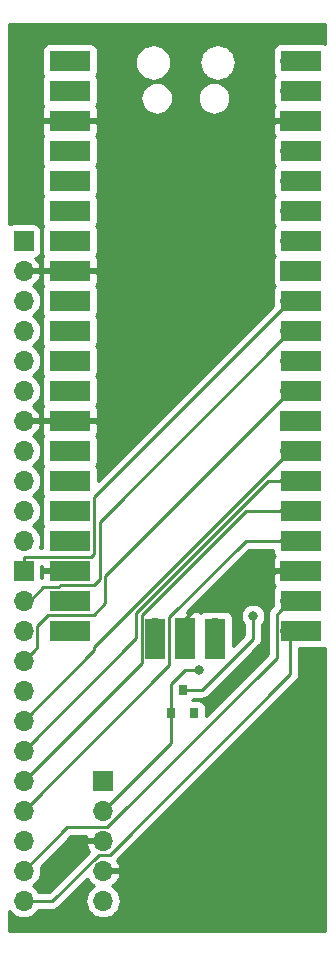
<source format=gbr>
G04 #@! TF.GenerationSoftware,KiCad,Pcbnew,(5.1.4-0-10_14)*
G04 #@! TF.CreationDate,2021-03-06T18:41:09+00:00*
G04 #@! TF.ProjectId,DriverBoard,44726976-6572-4426-9f61-72642e6b6963,rev?*
G04 #@! TF.SameCoordinates,Original*
G04 #@! TF.FileFunction,Copper,L1,Top*
G04 #@! TF.FilePolarity,Positive*
%FSLAX46Y46*%
G04 Gerber Fmt 4.6, Leading zero omitted, Abs format (unit mm)*
G04 Created by KiCad (PCBNEW (5.1.4-0-10_14)) date 2021-03-06 18:41:09*
%MOMM*%
%LPD*%
G04 APERTURE LIST*
%ADD10R,0.800000X0.900000*%
%ADD11R,1.700000X1.700000*%
%ADD12O,1.700000X1.700000*%
%ADD13R,3.500000X1.700000*%
%ADD14R,1.700000X3.500000*%
%ADD15C,0.800000*%
%ADD16C,0.250000*%
%ADD17C,0.254000*%
G04 APERTURE END LIST*
D10*
X65090000Y-79359000D03*
X66990000Y-79359000D03*
X66040000Y-77359000D03*
D11*
X59309000Y-85090000D03*
D12*
X59309000Y-87630000D03*
X59309000Y-90170000D03*
X59309000Y-92710000D03*
X59309000Y-95250000D03*
X57393840Y-24130000D03*
X57393840Y-26670000D03*
D11*
X57393840Y-29210000D03*
D12*
X57393840Y-31750000D03*
X57393840Y-34290000D03*
X57393840Y-36830000D03*
X57393840Y-39370000D03*
D11*
X57393840Y-41910000D03*
D12*
X57393840Y-44450000D03*
X57393840Y-46990000D03*
X57393840Y-49530000D03*
X57393840Y-52070000D03*
D11*
X57393840Y-54610000D03*
D12*
X57393840Y-57150000D03*
X57393840Y-59690000D03*
X57393840Y-62230000D03*
X57393840Y-64770000D03*
D11*
X57393840Y-67310000D03*
D12*
X57393840Y-69850000D03*
X57393840Y-72390000D03*
X75173840Y-72390000D03*
X75173840Y-69850000D03*
D11*
X75173840Y-67310000D03*
D12*
X75173840Y-64770000D03*
X75173840Y-62230000D03*
X75173840Y-59690000D03*
X75173840Y-57150000D03*
D11*
X75173840Y-54610000D03*
D12*
X75173840Y-52070000D03*
X75173840Y-49530000D03*
X75173840Y-46990000D03*
X75173840Y-44450000D03*
D11*
X75173840Y-41910000D03*
D12*
X75173840Y-39370000D03*
X75173840Y-36830000D03*
X75173840Y-34290000D03*
X75173840Y-31750000D03*
D11*
X75173840Y-29210000D03*
D12*
X75173840Y-26670000D03*
X75173840Y-24130000D03*
D13*
X56493840Y-24130000D03*
X56493840Y-26670000D03*
X56493840Y-29210000D03*
X56493840Y-31750000D03*
X56493840Y-34290000D03*
X56493840Y-36830000D03*
X56493840Y-39370000D03*
X56493840Y-41910000D03*
X56493840Y-44450000D03*
X56493840Y-46990000D03*
X56493840Y-49530000D03*
X56493840Y-52070000D03*
X56493840Y-54610000D03*
X56493840Y-57150000D03*
X56493840Y-59690000D03*
X56493840Y-62230000D03*
X56493840Y-64770000D03*
X56493840Y-67310000D03*
X56493840Y-69850000D03*
X56493840Y-72390000D03*
X76073840Y-24130000D03*
X76073840Y-26670000D03*
X76073840Y-29210000D03*
X76073840Y-31750000D03*
X76073840Y-34290000D03*
X76073840Y-36830000D03*
X76073840Y-39370000D03*
X76073840Y-41910000D03*
X76073840Y-44450000D03*
X76073840Y-46990000D03*
X76073840Y-49530000D03*
X76073840Y-52070000D03*
X76073840Y-54610000D03*
X76073840Y-57150000D03*
X76073840Y-59690000D03*
X76073840Y-62230000D03*
X76073840Y-64770000D03*
X76073840Y-67310000D03*
X76073840Y-69850000D03*
X76073840Y-72390000D03*
D14*
X63743840Y-73060000D03*
D12*
X63743840Y-72160000D03*
D14*
X66283840Y-73060000D03*
D11*
X66283840Y-72160000D03*
D14*
X68823840Y-73060000D03*
D12*
X68823840Y-72160000D03*
D11*
X52578000Y-39370000D03*
D12*
X52578000Y-41910000D03*
X52578000Y-44450000D03*
X52578000Y-46990000D03*
X52578000Y-49530000D03*
X52578000Y-52070000D03*
X52578000Y-54610000D03*
X52578000Y-57150000D03*
X52578000Y-59690000D03*
X52578000Y-62230000D03*
X52578000Y-64770000D03*
D11*
X52578000Y-67310000D03*
D12*
X52578000Y-69850000D03*
X52578000Y-72390000D03*
X52578000Y-74930000D03*
X52578000Y-77470000D03*
X52578000Y-80010000D03*
X52578000Y-82550000D03*
X52578000Y-85090000D03*
X52578000Y-87630000D03*
X52578000Y-90170000D03*
X52578000Y-92710000D03*
X52578000Y-95250000D03*
D15*
X67437000Y-75692000D03*
X72009000Y-71120000D03*
D16*
X65090000Y-81849000D02*
X65090000Y-79359000D01*
X59309000Y-87630000D02*
X65090000Y-81849000D01*
X65090000Y-76873998D02*
X65090000Y-77409000D01*
X66271998Y-75692000D02*
X65090000Y-76873998D01*
X67437000Y-75692000D02*
X66271998Y-75692000D01*
X65090000Y-79359000D02*
X65090000Y-77409000D01*
X76375921Y-26670000D02*
X75173840Y-26670000D01*
X72009000Y-73059842D02*
X72009000Y-71120000D01*
X67709842Y-77359000D02*
X72009000Y-73059842D01*
X66040000Y-77359000D02*
X67709842Y-77359000D01*
X52578000Y-66210000D02*
X52578000Y-67310000D01*
X52653001Y-66134999D02*
X52578000Y-66210000D01*
X58313843Y-66134999D02*
X52653001Y-66134999D01*
X58568841Y-65880001D02*
X58313843Y-66134999D01*
X58568841Y-61054999D02*
X58568841Y-65880001D01*
X75173840Y-44450000D02*
X58568841Y-61054999D01*
X57393840Y-41910000D02*
X52578000Y-41910000D01*
X57393840Y-54610000D02*
X52578000Y-54610000D01*
X68379842Y-29210000D02*
X75173840Y-29210000D01*
X57393840Y-29210000D02*
X68379842Y-29210000D01*
X66283840Y-72160000D02*
X66283840Y-71384160D01*
X70358000Y-67310000D02*
X75173840Y-67310000D01*
X66283840Y-71384160D02*
X70358000Y-67310000D01*
X53086000Y-69850000D02*
X52578000Y-69850000D01*
X55531001Y-68674999D02*
X54261001Y-68674999D01*
X55720999Y-68485001D02*
X55531001Y-68674999D01*
X59018851Y-67969991D02*
X58503841Y-68485001D01*
X58503841Y-68485001D02*
X55720999Y-68485001D01*
X59018851Y-63144989D02*
X59018851Y-67969991D01*
X54261001Y-68674999D02*
X53086000Y-69850000D01*
X75173840Y-46990000D02*
X59018851Y-63144989D01*
X53427999Y-74080001D02*
X52578000Y-74930000D01*
X53753001Y-71945837D02*
X53753001Y-73754999D01*
X54673837Y-71025001D02*
X53753001Y-71945837D01*
X53753001Y-73754999D02*
X53427999Y-74080001D01*
X58503841Y-71025001D02*
X54673837Y-71025001D01*
X59468860Y-70059982D02*
X58503841Y-71025001D01*
X59468860Y-67774980D02*
X59468860Y-70059982D01*
X75173840Y-52070000D02*
X59468860Y-67774980D01*
X58568841Y-73754999D02*
X74323841Y-57999999D01*
X74323841Y-57999999D02*
X75173840Y-57150000D01*
X58568841Y-74019159D02*
X58568841Y-73754999D01*
X52578000Y-80010000D02*
X58568841Y-74019159D01*
X73971759Y-59690000D02*
X75173840Y-59690000D01*
X62118829Y-70863599D02*
X73292428Y-59690000D01*
X73292428Y-59690000D02*
X73971759Y-59690000D01*
X62118830Y-73009170D02*
X62118829Y-70863599D01*
X52578000Y-82550000D02*
X62118830Y-73009170D01*
X73971759Y-62230000D02*
X75173840Y-62230000D01*
X62568839Y-75099161D02*
X62568839Y-71049999D01*
X71388838Y-62230000D02*
X73971759Y-62230000D01*
X62568839Y-71049999D02*
X71388838Y-62230000D01*
X52578000Y-85090000D02*
X62568839Y-75099161D01*
X71388838Y-64770000D02*
X73971759Y-64770000D01*
X73971759Y-64770000D02*
X75173840Y-64770000D01*
X64918841Y-71239997D02*
X71388838Y-64770000D01*
X64918841Y-75289159D02*
X64918841Y-71239997D01*
X52578000Y-87630000D02*
X64918841Y-75289159D01*
X74323841Y-70699999D02*
X75173840Y-69850000D01*
X73998839Y-71025001D02*
X74323841Y-70699999D01*
X73998839Y-74679163D02*
X73998839Y-71025001D01*
X59683003Y-88994999D02*
X73998839Y-74679163D01*
X56293001Y-88994999D02*
X59683003Y-88994999D01*
X52578000Y-92710000D02*
X56293001Y-88994999D01*
X75173840Y-76044162D02*
X75173840Y-73592081D01*
X75173840Y-73592081D02*
X75173840Y-72390000D01*
X59873001Y-91345001D02*
X75173840Y-76044162D01*
X55029998Y-95250000D02*
X58934997Y-91345001D01*
X58934997Y-91345001D02*
X59873001Y-91345001D01*
X52578000Y-95250000D02*
X55029998Y-95250000D01*
D17*
G36*
X78107940Y-97777700D02*
G01*
X51388880Y-97777700D01*
X51388880Y-96141872D01*
X51522866Y-96305134D01*
X51748986Y-96490706D01*
X52006966Y-96628599D01*
X52286889Y-96713513D01*
X52505050Y-96735000D01*
X52650950Y-96735000D01*
X52869111Y-96713513D01*
X53149034Y-96628599D01*
X53407014Y-96490706D01*
X53633134Y-96305134D01*
X53818706Y-96079014D01*
X53855595Y-96010000D01*
X54992676Y-96010000D01*
X55029998Y-96013676D01*
X55067320Y-96010000D01*
X55067331Y-96010000D01*
X55178984Y-95999003D01*
X55322245Y-95955546D01*
X55454274Y-95884974D01*
X55569999Y-95790001D01*
X55593802Y-95760997D01*
X57985905Y-93368894D01*
X58037359Y-93476920D01*
X58211412Y-93710269D01*
X58427645Y-93905178D01*
X58544523Y-93974799D01*
X58479986Y-94009294D01*
X58253866Y-94194866D01*
X58068294Y-94420986D01*
X57930401Y-94678966D01*
X57845487Y-94958889D01*
X57816815Y-95250000D01*
X57845487Y-95541111D01*
X57930401Y-95821034D01*
X58068294Y-96079014D01*
X58253866Y-96305134D01*
X58479986Y-96490706D01*
X58737966Y-96628599D01*
X59017889Y-96713513D01*
X59236050Y-96735000D01*
X59381950Y-96735000D01*
X59600111Y-96713513D01*
X59880034Y-96628599D01*
X60138014Y-96490706D01*
X60364134Y-96305134D01*
X60549706Y-96079014D01*
X60687599Y-95821034D01*
X60772513Y-95541111D01*
X60801185Y-95250000D01*
X60772513Y-94958889D01*
X60687599Y-94678966D01*
X60549706Y-94420986D01*
X60364134Y-94194866D01*
X60138014Y-94009294D01*
X60073477Y-93974799D01*
X60190355Y-93905178D01*
X60406588Y-93710269D01*
X60580641Y-93476920D01*
X60705825Y-93214099D01*
X60750476Y-93066890D01*
X60629155Y-92837000D01*
X59436000Y-92837000D01*
X59436000Y-92857000D01*
X59182000Y-92857000D01*
X59182000Y-92837000D01*
X59162000Y-92837000D01*
X59162000Y-92583000D01*
X59182000Y-92583000D01*
X59182000Y-92563000D01*
X59436000Y-92563000D01*
X59436000Y-92583000D01*
X60629155Y-92583000D01*
X60750476Y-92353110D01*
X60705825Y-92205901D01*
X60580641Y-91943080D01*
X60481987Y-91810816D01*
X75684844Y-76607960D01*
X75713841Y-76584163D01*
X75740172Y-76552079D01*
X75808814Y-76468439D01*
X75879386Y-76336409D01*
X75899249Y-76270928D01*
X75922843Y-76193148D01*
X75933840Y-76081495D01*
X75933840Y-76081486D01*
X75937516Y-76044163D01*
X75933840Y-76006840D01*
X75933840Y-73878072D01*
X77823840Y-73878072D01*
X77948322Y-73865812D01*
X78068020Y-73829502D01*
X78107940Y-73808164D01*
X78107940Y-97777700D01*
X78107940Y-97777700D01*
G37*
X78107940Y-97777700D02*
X51388880Y-97777700D01*
X51388880Y-96141872D01*
X51522866Y-96305134D01*
X51748986Y-96490706D01*
X52006966Y-96628599D01*
X52286889Y-96713513D01*
X52505050Y-96735000D01*
X52650950Y-96735000D01*
X52869111Y-96713513D01*
X53149034Y-96628599D01*
X53407014Y-96490706D01*
X53633134Y-96305134D01*
X53818706Y-96079014D01*
X53855595Y-96010000D01*
X54992676Y-96010000D01*
X55029998Y-96013676D01*
X55067320Y-96010000D01*
X55067331Y-96010000D01*
X55178984Y-95999003D01*
X55322245Y-95955546D01*
X55454274Y-95884974D01*
X55569999Y-95790001D01*
X55593802Y-95760997D01*
X57985905Y-93368894D01*
X58037359Y-93476920D01*
X58211412Y-93710269D01*
X58427645Y-93905178D01*
X58544523Y-93974799D01*
X58479986Y-94009294D01*
X58253866Y-94194866D01*
X58068294Y-94420986D01*
X57930401Y-94678966D01*
X57845487Y-94958889D01*
X57816815Y-95250000D01*
X57845487Y-95541111D01*
X57930401Y-95821034D01*
X58068294Y-96079014D01*
X58253866Y-96305134D01*
X58479986Y-96490706D01*
X58737966Y-96628599D01*
X59017889Y-96713513D01*
X59236050Y-96735000D01*
X59381950Y-96735000D01*
X59600111Y-96713513D01*
X59880034Y-96628599D01*
X60138014Y-96490706D01*
X60364134Y-96305134D01*
X60549706Y-96079014D01*
X60687599Y-95821034D01*
X60772513Y-95541111D01*
X60801185Y-95250000D01*
X60772513Y-94958889D01*
X60687599Y-94678966D01*
X60549706Y-94420986D01*
X60364134Y-94194866D01*
X60138014Y-94009294D01*
X60073477Y-93974799D01*
X60190355Y-93905178D01*
X60406588Y-93710269D01*
X60580641Y-93476920D01*
X60705825Y-93214099D01*
X60750476Y-93066890D01*
X60629155Y-92837000D01*
X59436000Y-92837000D01*
X59436000Y-92857000D01*
X59182000Y-92857000D01*
X59182000Y-92837000D01*
X59162000Y-92837000D01*
X59162000Y-92583000D01*
X59182000Y-92583000D01*
X59182000Y-92563000D01*
X59436000Y-92563000D01*
X59436000Y-92583000D01*
X60629155Y-92583000D01*
X60750476Y-92353110D01*
X60705825Y-92205901D01*
X60580641Y-91943080D01*
X60481987Y-91810816D01*
X75684844Y-76607960D01*
X75713841Y-76584163D01*
X75740172Y-76552079D01*
X75808814Y-76468439D01*
X75879386Y-76336409D01*
X75899249Y-76270928D01*
X75922843Y-76193148D01*
X75933840Y-76081495D01*
X75933840Y-76081486D01*
X75937516Y-76044163D01*
X75933840Y-76006840D01*
X75933840Y-73878072D01*
X77823840Y-73878072D01*
X77948322Y-73865812D01*
X78068020Y-73829502D01*
X78107940Y-73808164D01*
X78107940Y-97777700D01*
G36*
X57867524Y-89813110D02*
G01*
X57988845Y-90043000D01*
X59182000Y-90043000D01*
X59182000Y-90023000D01*
X59436000Y-90023000D01*
X59436000Y-90043000D01*
X59456000Y-90043000D01*
X59456000Y-90297000D01*
X59436000Y-90297000D01*
X59436000Y-90317000D01*
X59182000Y-90317000D01*
X59182000Y-90297000D01*
X57988845Y-90297000D01*
X57867524Y-90526890D01*
X57912175Y-90674099D01*
X58037359Y-90936920D01*
X58136013Y-91069183D01*
X54715197Y-94490000D01*
X53855595Y-94490000D01*
X53818706Y-94420986D01*
X53633134Y-94194866D01*
X53407014Y-94009294D01*
X53352209Y-93980000D01*
X53407014Y-93950706D01*
X53633134Y-93765134D01*
X53818706Y-93539014D01*
X53956599Y-93281034D01*
X54041513Y-93001111D01*
X54070185Y-92710000D01*
X54041513Y-92418889D01*
X54018797Y-92344004D01*
X56607803Y-89754999D01*
X57885150Y-89754999D01*
X57867524Y-89813110D01*
X57867524Y-89813110D01*
G37*
X57867524Y-89813110D02*
X57988845Y-90043000D01*
X59182000Y-90043000D01*
X59182000Y-90023000D01*
X59436000Y-90023000D01*
X59436000Y-90043000D01*
X59456000Y-90043000D01*
X59456000Y-90297000D01*
X59436000Y-90297000D01*
X59436000Y-90317000D01*
X59182000Y-90317000D01*
X59182000Y-90297000D01*
X57988845Y-90297000D01*
X57867524Y-90526890D01*
X57912175Y-90674099D01*
X58037359Y-90936920D01*
X58136013Y-91069183D01*
X54715197Y-94490000D01*
X53855595Y-94490000D01*
X53818706Y-94420986D01*
X53633134Y-94194866D01*
X53407014Y-94009294D01*
X53352209Y-93980000D01*
X53407014Y-93950706D01*
X53633134Y-93765134D01*
X53818706Y-93539014D01*
X53956599Y-93281034D01*
X54041513Y-93001111D01*
X54070185Y-92710000D01*
X54041513Y-92418889D01*
X54018797Y-92344004D01*
X56607803Y-89754999D01*
X57885150Y-89754999D01*
X57867524Y-89813110D01*
G36*
X52705000Y-90043000D02*
G01*
X52725000Y-90043000D01*
X52725000Y-90297000D01*
X52705000Y-90297000D01*
X52705000Y-90317000D01*
X52451000Y-90317000D01*
X52451000Y-90297000D01*
X52431000Y-90297000D01*
X52431000Y-90043000D01*
X52451000Y-90043000D01*
X52451000Y-90023000D01*
X52705000Y-90023000D01*
X52705000Y-90043000D01*
X52705000Y-90043000D01*
G37*
X52705000Y-90043000D02*
X52725000Y-90043000D01*
X52725000Y-90297000D01*
X52705000Y-90297000D01*
X52705000Y-90317000D01*
X52451000Y-90317000D01*
X52451000Y-90297000D01*
X52431000Y-90297000D01*
X52431000Y-90043000D01*
X52451000Y-90043000D01*
X52451000Y-90023000D01*
X52705000Y-90023000D01*
X52705000Y-90043000D01*
G36*
X73685768Y-65620000D02*
G01*
X73698028Y-65744482D01*
X73734338Y-65864180D01*
X73793303Y-65974494D01*
X73847062Y-66040000D01*
X73793303Y-66105506D01*
X73734338Y-66215820D01*
X73698028Y-66335518D01*
X73685768Y-66460000D01*
X73688840Y-67024250D01*
X73847590Y-67183000D01*
X76220840Y-67183000D01*
X76220840Y-67437000D01*
X73847590Y-67437000D01*
X73688840Y-67595750D01*
X73685768Y-68160000D01*
X73698028Y-68284482D01*
X73734338Y-68404180D01*
X73793303Y-68514494D01*
X73847062Y-68580000D01*
X73793303Y-68645506D01*
X73734338Y-68755820D01*
X73698028Y-68875518D01*
X73685768Y-69000000D01*
X73685768Y-69808240D01*
X73681655Y-69850000D01*
X73685768Y-69891760D01*
X73685768Y-70263271D01*
X73487837Y-70461202D01*
X73458839Y-70485000D01*
X73435041Y-70513998D01*
X73435040Y-70513999D01*
X73363865Y-70600725D01*
X73293293Y-70732755D01*
X73283352Y-70765528D01*
X73253604Y-70863599D01*
X73249837Y-70876016D01*
X73235163Y-71025001D01*
X73238840Y-71062333D01*
X73238839Y-74364360D01*
X68028072Y-79575128D01*
X68028072Y-78909000D01*
X68015812Y-78784518D01*
X67979502Y-78664820D01*
X67920537Y-78554506D01*
X67841185Y-78457815D01*
X67744494Y-78378463D01*
X67634180Y-78319498D01*
X67514482Y-78283188D01*
X67390000Y-78270928D01*
X66878095Y-78270928D01*
X66891185Y-78260185D01*
X66970537Y-78163494D01*
X66994320Y-78119000D01*
X67672520Y-78119000D01*
X67709842Y-78122676D01*
X67747164Y-78119000D01*
X67747175Y-78119000D01*
X67858828Y-78108003D01*
X68002089Y-78064546D01*
X68134118Y-77993974D01*
X68249843Y-77899001D01*
X68273646Y-77869997D01*
X72520004Y-73623640D01*
X72549001Y-73599843D01*
X72643974Y-73484118D01*
X72714546Y-73352089D01*
X72758003Y-73208828D01*
X72769000Y-73097175D01*
X72769000Y-73097174D01*
X72772677Y-73059842D01*
X72769000Y-73022509D01*
X72769000Y-71823711D01*
X72812937Y-71779774D01*
X72926205Y-71610256D01*
X73004226Y-71421898D01*
X73044000Y-71221939D01*
X73044000Y-71018061D01*
X73004226Y-70818102D01*
X72926205Y-70629744D01*
X72812937Y-70460226D01*
X72668774Y-70316063D01*
X72499256Y-70202795D01*
X72310898Y-70124774D01*
X72110939Y-70085000D01*
X71907061Y-70085000D01*
X71707102Y-70124774D01*
X71518744Y-70202795D01*
X71349226Y-70316063D01*
X71205063Y-70460226D01*
X71091795Y-70629744D01*
X71013774Y-70818102D01*
X70974000Y-71018061D01*
X70974000Y-71221939D01*
X71013774Y-71421898D01*
X71091795Y-71610256D01*
X71205063Y-71779774D01*
X71249001Y-71823712D01*
X71249000Y-72745040D01*
X70311912Y-73682128D01*
X70311912Y-72201760D01*
X70316025Y-72160000D01*
X70311912Y-72118240D01*
X70311912Y-71310000D01*
X70299652Y-71185518D01*
X70263342Y-71065820D01*
X70204377Y-70955506D01*
X70125025Y-70858815D01*
X70028334Y-70779463D01*
X69918020Y-70720498D01*
X69798322Y-70684188D01*
X69673840Y-70671928D01*
X67973840Y-70671928D01*
X67849358Y-70684188D01*
X67729660Y-70720498D01*
X67619346Y-70779463D01*
X67553840Y-70833222D01*
X67488334Y-70779463D01*
X67378020Y-70720498D01*
X67258322Y-70684188D01*
X67133840Y-70671928D01*
X66569590Y-70675000D01*
X66410842Y-70833748D01*
X66410842Y-70822797D01*
X71703640Y-65530000D01*
X73685768Y-65530000D01*
X73685768Y-65620000D01*
X73685768Y-65620000D01*
G37*
X73685768Y-65620000D02*
X73698028Y-65744482D01*
X73734338Y-65864180D01*
X73793303Y-65974494D01*
X73847062Y-66040000D01*
X73793303Y-66105506D01*
X73734338Y-66215820D01*
X73698028Y-66335518D01*
X73685768Y-66460000D01*
X73688840Y-67024250D01*
X73847590Y-67183000D01*
X76220840Y-67183000D01*
X76220840Y-67437000D01*
X73847590Y-67437000D01*
X73688840Y-67595750D01*
X73685768Y-68160000D01*
X73698028Y-68284482D01*
X73734338Y-68404180D01*
X73793303Y-68514494D01*
X73847062Y-68580000D01*
X73793303Y-68645506D01*
X73734338Y-68755820D01*
X73698028Y-68875518D01*
X73685768Y-69000000D01*
X73685768Y-69808240D01*
X73681655Y-69850000D01*
X73685768Y-69891760D01*
X73685768Y-70263271D01*
X73487837Y-70461202D01*
X73458839Y-70485000D01*
X73435041Y-70513998D01*
X73435040Y-70513999D01*
X73363865Y-70600725D01*
X73293293Y-70732755D01*
X73283352Y-70765528D01*
X73253604Y-70863599D01*
X73249837Y-70876016D01*
X73235163Y-71025001D01*
X73238840Y-71062333D01*
X73238839Y-74364360D01*
X68028072Y-79575128D01*
X68028072Y-78909000D01*
X68015812Y-78784518D01*
X67979502Y-78664820D01*
X67920537Y-78554506D01*
X67841185Y-78457815D01*
X67744494Y-78378463D01*
X67634180Y-78319498D01*
X67514482Y-78283188D01*
X67390000Y-78270928D01*
X66878095Y-78270928D01*
X66891185Y-78260185D01*
X66970537Y-78163494D01*
X66994320Y-78119000D01*
X67672520Y-78119000D01*
X67709842Y-78122676D01*
X67747164Y-78119000D01*
X67747175Y-78119000D01*
X67858828Y-78108003D01*
X68002089Y-78064546D01*
X68134118Y-77993974D01*
X68249843Y-77899001D01*
X68273646Y-77869997D01*
X72520004Y-73623640D01*
X72549001Y-73599843D01*
X72643974Y-73484118D01*
X72714546Y-73352089D01*
X72758003Y-73208828D01*
X72769000Y-73097175D01*
X72769000Y-73097174D01*
X72772677Y-73059842D01*
X72769000Y-73022509D01*
X72769000Y-71823711D01*
X72812937Y-71779774D01*
X72926205Y-71610256D01*
X73004226Y-71421898D01*
X73044000Y-71221939D01*
X73044000Y-71018061D01*
X73004226Y-70818102D01*
X72926205Y-70629744D01*
X72812937Y-70460226D01*
X72668774Y-70316063D01*
X72499256Y-70202795D01*
X72310898Y-70124774D01*
X72110939Y-70085000D01*
X71907061Y-70085000D01*
X71707102Y-70124774D01*
X71518744Y-70202795D01*
X71349226Y-70316063D01*
X71205063Y-70460226D01*
X71091795Y-70629744D01*
X71013774Y-70818102D01*
X70974000Y-71018061D01*
X70974000Y-71221939D01*
X71013774Y-71421898D01*
X71091795Y-71610256D01*
X71205063Y-71779774D01*
X71249001Y-71823712D01*
X71249000Y-72745040D01*
X70311912Y-73682128D01*
X70311912Y-72201760D01*
X70316025Y-72160000D01*
X70311912Y-72118240D01*
X70311912Y-71310000D01*
X70299652Y-71185518D01*
X70263342Y-71065820D01*
X70204377Y-70955506D01*
X70125025Y-70858815D01*
X70028334Y-70779463D01*
X69918020Y-70720498D01*
X69798322Y-70684188D01*
X69673840Y-70671928D01*
X67973840Y-70671928D01*
X67849358Y-70684188D01*
X67729660Y-70720498D01*
X67619346Y-70779463D01*
X67553840Y-70833222D01*
X67488334Y-70779463D01*
X67378020Y-70720498D01*
X67258322Y-70684188D01*
X67133840Y-70671928D01*
X66569590Y-70675000D01*
X66410842Y-70833748D01*
X66410842Y-70822797D01*
X71703640Y-65530000D01*
X73685768Y-65530000D01*
X73685768Y-65620000D01*
G36*
X52705000Y-77343000D02*
G01*
X52725000Y-77343000D01*
X52725000Y-77597000D01*
X52705000Y-77597000D01*
X52705000Y-77617000D01*
X52451000Y-77617000D01*
X52451000Y-77597000D01*
X52431000Y-77597000D01*
X52431000Y-77343000D01*
X52451000Y-77343000D01*
X52451000Y-77323000D01*
X52705000Y-77323000D01*
X52705000Y-77343000D01*
X52705000Y-77343000D01*
G37*
X52705000Y-77343000D02*
X52725000Y-77343000D01*
X52725000Y-77597000D01*
X52705000Y-77597000D01*
X52705000Y-77617000D01*
X52451000Y-77617000D01*
X52451000Y-77597000D01*
X52431000Y-77597000D01*
X52431000Y-77343000D01*
X52451000Y-77343000D01*
X52451000Y-77323000D01*
X52705000Y-77323000D01*
X52705000Y-77343000D01*
G36*
X66410840Y-73207000D02*
G01*
X66156840Y-73207000D01*
X66156840Y-72913000D01*
X66410840Y-72913000D01*
X66410840Y-73207000D01*
X66410840Y-73207000D01*
G37*
X66410840Y-73207000D02*
X66156840Y-73207000D01*
X66156840Y-72913000D01*
X66410840Y-72913000D01*
X66410840Y-73207000D01*
G36*
X54108840Y-67024250D02*
G01*
X54267590Y-67183000D01*
X56640840Y-67183000D01*
X56640840Y-67437000D01*
X54267590Y-67437000D01*
X54108840Y-67595750D01*
X54107034Y-67927507D01*
X54066072Y-67939932D01*
X54066072Y-66894999D01*
X54108136Y-66894999D01*
X54108840Y-67024250D01*
X54108840Y-67024250D01*
G37*
X54108840Y-67024250D02*
X54267590Y-67183000D01*
X56640840Y-67183000D01*
X56640840Y-67437000D01*
X54267590Y-67437000D01*
X54108840Y-67595750D01*
X54107034Y-67927507D01*
X54066072Y-67939932D01*
X54066072Y-66894999D01*
X54108136Y-66894999D01*
X54108840Y-67024250D01*
G36*
X78107941Y-22711837D02*
G01*
X78068020Y-22690498D01*
X77948322Y-22654188D01*
X77823840Y-22641928D01*
X74323840Y-22641928D01*
X74199358Y-22654188D01*
X74079660Y-22690498D01*
X73969346Y-22749463D01*
X73872655Y-22828815D01*
X73793303Y-22925506D01*
X73734338Y-23035820D01*
X73698028Y-23155518D01*
X73685768Y-23280000D01*
X73685768Y-24088240D01*
X73681655Y-24130000D01*
X73685768Y-24171760D01*
X73685768Y-24980000D01*
X73698028Y-25104482D01*
X73734338Y-25224180D01*
X73793303Y-25334494D01*
X73847062Y-25400000D01*
X73793303Y-25465506D01*
X73734338Y-25575820D01*
X73698028Y-25695518D01*
X73685768Y-25820000D01*
X73685768Y-26628240D01*
X73681655Y-26670000D01*
X73685768Y-26711760D01*
X73685768Y-27520000D01*
X73698028Y-27644482D01*
X73734338Y-27764180D01*
X73793303Y-27874494D01*
X73847062Y-27940000D01*
X73793303Y-28005506D01*
X73734338Y-28115820D01*
X73698028Y-28235518D01*
X73685768Y-28360000D01*
X73688840Y-28924250D01*
X73847590Y-29083000D01*
X76220840Y-29083000D01*
X76220840Y-29337000D01*
X73847590Y-29337000D01*
X73688840Y-29495750D01*
X73685768Y-30060000D01*
X73698028Y-30184482D01*
X73734338Y-30304180D01*
X73793303Y-30414494D01*
X73847062Y-30480000D01*
X73793303Y-30545506D01*
X73734338Y-30655820D01*
X73698028Y-30775518D01*
X73685768Y-30900000D01*
X73685768Y-31708240D01*
X73681655Y-31750000D01*
X73685768Y-31791760D01*
X73685768Y-32600000D01*
X73698028Y-32724482D01*
X73734338Y-32844180D01*
X73793303Y-32954494D01*
X73847062Y-33020000D01*
X73793303Y-33085506D01*
X73734338Y-33195820D01*
X73698028Y-33315518D01*
X73685768Y-33440000D01*
X73685768Y-34248240D01*
X73681655Y-34290000D01*
X73685768Y-34331760D01*
X73685768Y-35140000D01*
X73698028Y-35264482D01*
X73734338Y-35384180D01*
X73793303Y-35494494D01*
X73847062Y-35560000D01*
X73793303Y-35625506D01*
X73734338Y-35735820D01*
X73698028Y-35855518D01*
X73685768Y-35980000D01*
X73685768Y-36788240D01*
X73681655Y-36830000D01*
X73685768Y-36871760D01*
X73685768Y-37680000D01*
X73698028Y-37804482D01*
X73734338Y-37924180D01*
X73793303Y-38034494D01*
X73847062Y-38100000D01*
X73793303Y-38165506D01*
X73734338Y-38275820D01*
X73698028Y-38395518D01*
X73685768Y-38520000D01*
X73685768Y-39328240D01*
X73681655Y-39370000D01*
X73685768Y-39411760D01*
X73685768Y-40220000D01*
X73698028Y-40344482D01*
X73734338Y-40464180D01*
X73793303Y-40574494D01*
X73847062Y-40640000D01*
X73793303Y-40705506D01*
X73734338Y-40815820D01*
X73698028Y-40935518D01*
X73685768Y-41060000D01*
X73685768Y-42760000D01*
X73698028Y-42884482D01*
X73734338Y-43004180D01*
X73793303Y-43114494D01*
X73847062Y-43180000D01*
X73793303Y-43245506D01*
X73734338Y-43355820D01*
X73698028Y-43475518D01*
X73685768Y-43600000D01*
X73685768Y-44408240D01*
X73681655Y-44450000D01*
X73685768Y-44491760D01*
X73685768Y-44863270D01*
X58883605Y-59665434D01*
X58881912Y-59648240D01*
X58881912Y-58840000D01*
X58869652Y-58715518D01*
X58833342Y-58595820D01*
X58774377Y-58485506D01*
X58720618Y-58420000D01*
X58774377Y-58354494D01*
X58833342Y-58244180D01*
X58869652Y-58124482D01*
X58881912Y-58000000D01*
X58881912Y-57191760D01*
X58886025Y-57150000D01*
X58881912Y-57108240D01*
X58881912Y-56300000D01*
X58869652Y-56175518D01*
X58833342Y-56055820D01*
X58774377Y-55945506D01*
X58720618Y-55880000D01*
X58774377Y-55814494D01*
X58833342Y-55704180D01*
X58869652Y-55584482D01*
X58881912Y-55460000D01*
X58878840Y-54895750D01*
X58720090Y-54737000D01*
X54267590Y-54737000D01*
X54108840Y-54895750D01*
X54105768Y-55460000D01*
X54118028Y-55584482D01*
X54154338Y-55704180D01*
X54213303Y-55814494D01*
X54267062Y-55880000D01*
X54213303Y-55945506D01*
X54154338Y-56055820D01*
X54118028Y-56175518D01*
X54105768Y-56300000D01*
X54105768Y-58000000D01*
X54118028Y-58124482D01*
X54154338Y-58244180D01*
X54213303Y-58354494D01*
X54267062Y-58420000D01*
X54213303Y-58485506D01*
X54154338Y-58595820D01*
X54118028Y-58715518D01*
X54105768Y-58840000D01*
X54105768Y-60540000D01*
X54118028Y-60664482D01*
X54154338Y-60784180D01*
X54213303Y-60894494D01*
X54267062Y-60960000D01*
X54213303Y-61025506D01*
X54154338Y-61135820D01*
X54118028Y-61255518D01*
X54105768Y-61380000D01*
X54105768Y-63080000D01*
X54118028Y-63204482D01*
X54154338Y-63324180D01*
X54213303Y-63434494D01*
X54267062Y-63500000D01*
X54213303Y-63565506D01*
X54154338Y-63675820D01*
X54118028Y-63795518D01*
X54105768Y-63920000D01*
X54105768Y-65374999D01*
X53938444Y-65374999D01*
X53956599Y-65341034D01*
X54041513Y-65061111D01*
X54070185Y-64770000D01*
X54041513Y-64478889D01*
X53956599Y-64198966D01*
X53818706Y-63940986D01*
X53633134Y-63714866D01*
X53407014Y-63529294D01*
X53352209Y-63500000D01*
X53407014Y-63470706D01*
X53633134Y-63285134D01*
X53818706Y-63059014D01*
X53956599Y-62801034D01*
X54041513Y-62521111D01*
X54070185Y-62230000D01*
X54041513Y-61938889D01*
X53956599Y-61658966D01*
X53818706Y-61400986D01*
X53633134Y-61174866D01*
X53407014Y-60989294D01*
X53352209Y-60960000D01*
X53407014Y-60930706D01*
X53633134Y-60745134D01*
X53818706Y-60519014D01*
X53956599Y-60261034D01*
X54041513Y-59981111D01*
X54070185Y-59690000D01*
X54041513Y-59398889D01*
X53956599Y-59118966D01*
X53818706Y-58860986D01*
X53633134Y-58634866D01*
X53407014Y-58449294D01*
X53352209Y-58420000D01*
X53407014Y-58390706D01*
X53633134Y-58205134D01*
X53818706Y-57979014D01*
X53956599Y-57721034D01*
X54041513Y-57441111D01*
X54070185Y-57150000D01*
X54041513Y-56858889D01*
X53956599Y-56578966D01*
X53818706Y-56320986D01*
X53633134Y-56094866D01*
X53407014Y-55909294D01*
X53342477Y-55874799D01*
X53459355Y-55805178D01*
X53675588Y-55610269D01*
X53849641Y-55376920D01*
X53974825Y-55114099D01*
X54019476Y-54966890D01*
X53898155Y-54737000D01*
X52705000Y-54737000D01*
X52705000Y-54757000D01*
X52451000Y-54757000D01*
X52451000Y-54737000D01*
X52431000Y-54737000D01*
X52431000Y-54483000D01*
X52451000Y-54483000D01*
X52451000Y-54463000D01*
X52705000Y-54463000D01*
X52705000Y-54483000D01*
X53898155Y-54483000D01*
X54019476Y-54253110D01*
X53974825Y-54105901D01*
X53849641Y-53843080D01*
X53675588Y-53609731D01*
X53459355Y-53414822D01*
X53342477Y-53345201D01*
X53407014Y-53310706D01*
X53633134Y-53125134D01*
X53818706Y-52899014D01*
X53956599Y-52641034D01*
X54041513Y-52361111D01*
X54070185Y-52070000D01*
X54041513Y-51778889D01*
X53956599Y-51498966D01*
X53818706Y-51240986D01*
X53633134Y-51014866D01*
X53407014Y-50829294D01*
X53352209Y-50800000D01*
X53407014Y-50770706D01*
X53633134Y-50585134D01*
X53818706Y-50359014D01*
X53956599Y-50101034D01*
X54041513Y-49821111D01*
X54070185Y-49530000D01*
X54041513Y-49238889D01*
X53956599Y-48958966D01*
X53818706Y-48700986D01*
X53633134Y-48474866D01*
X53407014Y-48289294D01*
X53352209Y-48260000D01*
X53407014Y-48230706D01*
X53633134Y-48045134D01*
X53818706Y-47819014D01*
X53956599Y-47561034D01*
X54041513Y-47281111D01*
X54070185Y-46990000D01*
X54041513Y-46698889D01*
X53956599Y-46418966D01*
X53818706Y-46160986D01*
X53633134Y-45934866D01*
X53407014Y-45749294D01*
X53352209Y-45720000D01*
X53407014Y-45690706D01*
X53633134Y-45505134D01*
X53818706Y-45279014D01*
X53956599Y-45021034D01*
X54041513Y-44741111D01*
X54070185Y-44450000D01*
X54041513Y-44158889D01*
X53956599Y-43878966D01*
X53818706Y-43620986D01*
X53633134Y-43394866D01*
X53407014Y-43209294D01*
X53342477Y-43174799D01*
X53459355Y-43105178D01*
X53675588Y-42910269D01*
X53787672Y-42760000D01*
X54105768Y-42760000D01*
X54118028Y-42884482D01*
X54154338Y-43004180D01*
X54213303Y-43114494D01*
X54267062Y-43180000D01*
X54213303Y-43245506D01*
X54154338Y-43355820D01*
X54118028Y-43475518D01*
X54105768Y-43600000D01*
X54105768Y-45300000D01*
X54118028Y-45424482D01*
X54154338Y-45544180D01*
X54213303Y-45654494D01*
X54267062Y-45720000D01*
X54213303Y-45785506D01*
X54154338Y-45895820D01*
X54118028Y-46015518D01*
X54105768Y-46140000D01*
X54105768Y-47840000D01*
X54118028Y-47964482D01*
X54154338Y-48084180D01*
X54213303Y-48194494D01*
X54267062Y-48260000D01*
X54213303Y-48325506D01*
X54154338Y-48435820D01*
X54118028Y-48555518D01*
X54105768Y-48680000D01*
X54105768Y-50380000D01*
X54118028Y-50504482D01*
X54154338Y-50624180D01*
X54213303Y-50734494D01*
X54267062Y-50800000D01*
X54213303Y-50865506D01*
X54154338Y-50975820D01*
X54118028Y-51095518D01*
X54105768Y-51220000D01*
X54105768Y-52920000D01*
X54118028Y-53044482D01*
X54154338Y-53164180D01*
X54213303Y-53274494D01*
X54267062Y-53340000D01*
X54213303Y-53405506D01*
X54154338Y-53515820D01*
X54118028Y-53635518D01*
X54105768Y-53760000D01*
X54108840Y-54324250D01*
X54267590Y-54483000D01*
X58720090Y-54483000D01*
X58878840Y-54324250D01*
X58881912Y-53760000D01*
X58869652Y-53635518D01*
X58833342Y-53515820D01*
X58774377Y-53405506D01*
X58720618Y-53340000D01*
X58774377Y-53274494D01*
X58833342Y-53164180D01*
X58869652Y-53044482D01*
X58881912Y-52920000D01*
X58881912Y-52111760D01*
X58886025Y-52070000D01*
X58881912Y-52028240D01*
X58881912Y-51220000D01*
X58869652Y-51095518D01*
X58833342Y-50975820D01*
X58774377Y-50865506D01*
X58720618Y-50800000D01*
X58774377Y-50734494D01*
X58833342Y-50624180D01*
X58869652Y-50504482D01*
X58881912Y-50380000D01*
X58881912Y-49571760D01*
X58886025Y-49530000D01*
X58881912Y-49488240D01*
X58881912Y-48680000D01*
X58869652Y-48555518D01*
X58833342Y-48435820D01*
X58774377Y-48325506D01*
X58720618Y-48260000D01*
X58774377Y-48194494D01*
X58833342Y-48084180D01*
X58869652Y-47964482D01*
X58881912Y-47840000D01*
X58881912Y-47031760D01*
X58886025Y-46990000D01*
X58881912Y-46948240D01*
X58881912Y-46140000D01*
X58869652Y-46015518D01*
X58833342Y-45895820D01*
X58774377Y-45785506D01*
X58720618Y-45720000D01*
X58774377Y-45654494D01*
X58833342Y-45544180D01*
X58869652Y-45424482D01*
X58881912Y-45300000D01*
X58881912Y-44491760D01*
X58886025Y-44450000D01*
X58881912Y-44408240D01*
X58881912Y-43600000D01*
X58869652Y-43475518D01*
X58833342Y-43355820D01*
X58774377Y-43245506D01*
X58720618Y-43180000D01*
X58774377Y-43114494D01*
X58833342Y-43004180D01*
X58869652Y-42884482D01*
X58881912Y-42760000D01*
X58878840Y-42195750D01*
X58720090Y-42037000D01*
X54267590Y-42037000D01*
X54108840Y-42195750D01*
X54105768Y-42760000D01*
X53787672Y-42760000D01*
X53849641Y-42676920D01*
X53974825Y-42414099D01*
X54019476Y-42266890D01*
X53898155Y-42037000D01*
X52705000Y-42037000D01*
X52705000Y-42057000D01*
X52451000Y-42057000D01*
X52451000Y-42037000D01*
X52431000Y-42037000D01*
X52431000Y-41783000D01*
X52451000Y-41783000D01*
X52451000Y-41763000D01*
X52705000Y-41763000D01*
X52705000Y-41783000D01*
X53898155Y-41783000D01*
X54019476Y-41553110D01*
X53974825Y-41405901D01*
X53849641Y-41143080D01*
X53675588Y-40909731D01*
X53591534Y-40833966D01*
X53672180Y-40809502D01*
X53782494Y-40750537D01*
X53879185Y-40671185D01*
X53958537Y-40574494D01*
X54017502Y-40464180D01*
X54053812Y-40344482D01*
X54066072Y-40220000D01*
X54066072Y-38520000D01*
X54053812Y-38395518D01*
X54017502Y-38275820D01*
X53958537Y-38165506D01*
X53879185Y-38068815D01*
X53782494Y-37989463D01*
X53672180Y-37930498D01*
X53552482Y-37894188D01*
X53428000Y-37881928D01*
X51728000Y-37881928D01*
X51603518Y-37894188D01*
X51483820Y-37930498D01*
X51388880Y-37981245D01*
X51388880Y-30060000D01*
X54105768Y-30060000D01*
X54118028Y-30184482D01*
X54154338Y-30304180D01*
X54213303Y-30414494D01*
X54267062Y-30480000D01*
X54213303Y-30545506D01*
X54154338Y-30655820D01*
X54118028Y-30775518D01*
X54105768Y-30900000D01*
X54105768Y-32600000D01*
X54118028Y-32724482D01*
X54154338Y-32844180D01*
X54213303Y-32954494D01*
X54267062Y-33020000D01*
X54213303Y-33085506D01*
X54154338Y-33195820D01*
X54118028Y-33315518D01*
X54105768Y-33440000D01*
X54105768Y-35140000D01*
X54118028Y-35264482D01*
X54154338Y-35384180D01*
X54213303Y-35494494D01*
X54267062Y-35560000D01*
X54213303Y-35625506D01*
X54154338Y-35735820D01*
X54118028Y-35855518D01*
X54105768Y-35980000D01*
X54105768Y-37680000D01*
X54118028Y-37804482D01*
X54154338Y-37924180D01*
X54213303Y-38034494D01*
X54267062Y-38100000D01*
X54213303Y-38165506D01*
X54154338Y-38275820D01*
X54118028Y-38395518D01*
X54105768Y-38520000D01*
X54105768Y-40220000D01*
X54118028Y-40344482D01*
X54154338Y-40464180D01*
X54213303Y-40574494D01*
X54267062Y-40640000D01*
X54213303Y-40705506D01*
X54154338Y-40815820D01*
X54118028Y-40935518D01*
X54105768Y-41060000D01*
X54108840Y-41624250D01*
X54267590Y-41783000D01*
X58720090Y-41783000D01*
X58878840Y-41624250D01*
X58881912Y-41060000D01*
X58869652Y-40935518D01*
X58833342Y-40815820D01*
X58774377Y-40705506D01*
X58720618Y-40640000D01*
X58774377Y-40574494D01*
X58833342Y-40464180D01*
X58869652Y-40344482D01*
X58881912Y-40220000D01*
X58881912Y-39411760D01*
X58886025Y-39370000D01*
X58881912Y-39328240D01*
X58881912Y-38520000D01*
X58869652Y-38395518D01*
X58833342Y-38275820D01*
X58774377Y-38165506D01*
X58720618Y-38100000D01*
X58774377Y-38034494D01*
X58833342Y-37924180D01*
X58869652Y-37804482D01*
X58881912Y-37680000D01*
X58881912Y-36871760D01*
X58886025Y-36830000D01*
X58881912Y-36788240D01*
X58881912Y-35980000D01*
X58869652Y-35855518D01*
X58833342Y-35735820D01*
X58774377Y-35625506D01*
X58720618Y-35560000D01*
X58774377Y-35494494D01*
X58833342Y-35384180D01*
X58869652Y-35264482D01*
X58881912Y-35140000D01*
X58881912Y-34331760D01*
X58886025Y-34290000D01*
X58881912Y-34248240D01*
X58881912Y-33440000D01*
X58869652Y-33315518D01*
X58833342Y-33195820D01*
X58774377Y-33085506D01*
X58720618Y-33020000D01*
X58774377Y-32954494D01*
X58833342Y-32844180D01*
X58869652Y-32724482D01*
X58881912Y-32600000D01*
X58881912Y-31791760D01*
X58886025Y-31750000D01*
X58881912Y-31708240D01*
X58881912Y-30900000D01*
X58869652Y-30775518D01*
X58833342Y-30655820D01*
X58774377Y-30545506D01*
X58720618Y-30480000D01*
X58774377Y-30414494D01*
X58833342Y-30304180D01*
X58869652Y-30184482D01*
X58881912Y-30060000D01*
X58878840Y-29495750D01*
X58720090Y-29337000D01*
X54267590Y-29337000D01*
X54108840Y-29495750D01*
X54105768Y-30060000D01*
X51388880Y-30060000D01*
X51388880Y-23280000D01*
X54105768Y-23280000D01*
X54105768Y-24980000D01*
X54118028Y-25104482D01*
X54154338Y-25224180D01*
X54213303Y-25334494D01*
X54267062Y-25400000D01*
X54213303Y-25465506D01*
X54154338Y-25575820D01*
X54118028Y-25695518D01*
X54105768Y-25820000D01*
X54105768Y-27520000D01*
X54118028Y-27644482D01*
X54154338Y-27764180D01*
X54213303Y-27874494D01*
X54267062Y-27940000D01*
X54213303Y-28005506D01*
X54154338Y-28115820D01*
X54118028Y-28235518D01*
X54105768Y-28360000D01*
X54108840Y-28924250D01*
X54267590Y-29083000D01*
X58720090Y-29083000D01*
X58878840Y-28924250D01*
X58881912Y-28360000D01*
X58869652Y-28235518D01*
X58833342Y-28115820D01*
X58774377Y-28005506D01*
X58720618Y-27940000D01*
X58774377Y-27874494D01*
X58833342Y-27764180D01*
X58869652Y-27644482D01*
X58881912Y-27520000D01*
X58881912Y-27290000D01*
X62467139Y-27290000D01*
X62493880Y-27561507D01*
X62573076Y-27822581D01*
X62701683Y-28063188D01*
X62874759Y-28274081D01*
X63085652Y-28447157D01*
X63326259Y-28575764D01*
X63587333Y-28654960D01*
X63790803Y-28675000D01*
X63926877Y-28675000D01*
X64130347Y-28654960D01*
X64391421Y-28575764D01*
X64632028Y-28447157D01*
X64842921Y-28274081D01*
X65015997Y-28063188D01*
X65144604Y-27822581D01*
X65223800Y-27561507D01*
X65250541Y-27290000D01*
X67317139Y-27290000D01*
X67343880Y-27561507D01*
X67423076Y-27822581D01*
X67551683Y-28063188D01*
X67724759Y-28274081D01*
X67935652Y-28447157D01*
X68176259Y-28575764D01*
X68437333Y-28654960D01*
X68640803Y-28675000D01*
X68776877Y-28675000D01*
X68980347Y-28654960D01*
X69241421Y-28575764D01*
X69482028Y-28447157D01*
X69692921Y-28274081D01*
X69865997Y-28063188D01*
X69994604Y-27822581D01*
X70073800Y-27561507D01*
X70100541Y-27290000D01*
X70073800Y-27018493D01*
X69994604Y-26757419D01*
X69865997Y-26516812D01*
X69692921Y-26305919D01*
X69482028Y-26132843D01*
X69241421Y-26004236D01*
X68980347Y-25925040D01*
X68776877Y-25905000D01*
X68640803Y-25905000D01*
X68437333Y-25925040D01*
X68176259Y-26004236D01*
X67935652Y-26132843D01*
X67724759Y-26305919D01*
X67551683Y-26516812D01*
X67423076Y-26757419D01*
X67343880Y-27018493D01*
X67317139Y-27290000D01*
X65250541Y-27290000D01*
X65223800Y-27018493D01*
X65144604Y-26757419D01*
X65015997Y-26516812D01*
X64842921Y-26305919D01*
X64632028Y-26132843D01*
X64391421Y-26004236D01*
X64130347Y-25925040D01*
X63926877Y-25905000D01*
X63790803Y-25905000D01*
X63587333Y-25925040D01*
X63326259Y-26004236D01*
X63085652Y-26132843D01*
X62874759Y-26305919D01*
X62701683Y-26516812D01*
X62573076Y-26757419D01*
X62493880Y-27018493D01*
X62467139Y-27290000D01*
X58881912Y-27290000D01*
X58881912Y-26711760D01*
X58886025Y-26670000D01*
X58881912Y-26628240D01*
X58881912Y-25820000D01*
X58869652Y-25695518D01*
X58833342Y-25575820D01*
X58774377Y-25465506D01*
X58720618Y-25400000D01*
X58774377Y-25334494D01*
X58833342Y-25224180D01*
X58869652Y-25104482D01*
X58881912Y-24980000D01*
X58881912Y-24260000D01*
X62016413Y-24260000D01*
X62046050Y-24560913D01*
X62133823Y-24850261D01*
X62276359Y-25116927D01*
X62468179Y-25350661D01*
X62701913Y-25542481D01*
X62968579Y-25685017D01*
X63257927Y-25772790D01*
X63483432Y-25795000D01*
X63634248Y-25795000D01*
X63859753Y-25772790D01*
X64149101Y-25685017D01*
X64415767Y-25542481D01*
X64649501Y-25350661D01*
X64841321Y-25116927D01*
X64983857Y-24850261D01*
X65071630Y-24560913D01*
X65101267Y-24260000D01*
X67466413Y-24260000D01*
X67496050Y-24560913D01*
X67583823Y-24850261D01*
X67726359Y-25116927D01*
X67918179Y-25350661D01*
X68151913Y-25542481D01*
X68418579Y-25685017D01*
X68707927Y-25772790D01*
X68933432Y-25795000D01*
X69084248Y-25795000D01*
X69309753Y-25772790D01*
X69599101Y-25685017D01*
X69865767Y-25542481D01*
X70099501Y-25350661D01*
X70291321Y-25116927D01*
X70433857Y-24850261D01*
X70521630Y-24560913D01*
X70551267Y-24260000D01*
X70521630Y-23959087D01*
X70433857Y-23669739D01*
X70291321Y-23403073D01*
X70099501Y-23169339D01*
X69865767Y-22977519D01*
X69599101Y-22834983D01*
X69309753Y-22747210D01*
X69084248Y-22725000D01*
X68933432Y-22725000D01*
X68707927Y-22747210D01*
X68418579Y-22834983D01*
X68151913Y-22977519D01*
X67918179Y-23169339D01*
X67726359Y-23403073D01*
X67583823Y-23669739D01*
X67496050Y-23959087D01*
X67466413Y-24260000D01*
X65101267Y-24260000D01*
X65071630Y-23959087D01*
X64983857Y-23669739D01*
X64841321Y-23403073D01*
X64649501Y-23169339D01*
X64415767Y-22977519D01*
X64149101Y-22834983D01*
X63859753Y-22747210D01*
X63634248Y-22725000D01*
X63483432Y-22725000D01*
X63257927Y-22747210D01*
X62968579Y-22834983D01*
X62701913Y-22977519D01*
X62468179Y-23169339D01*
X62276359Y-23403073D01*
X62133823Y-23669739D01*
X62046050Y-23959087D01*
X62016413Y-24260000D01*
X58881912Y-24260000D01*
X58881912Y-24171760D01*
X58886025Y-24130000D01*
X58881912Y-24088240D01*
X58881912Y-23280000D01*
X58869652Y-23155518D01*
X58833342Y-23035820D01*
X58774377Y-22925506D01*
X58695025Y-22828815D01*
X58598334Y-22749463D01*
X58488020Y-22690498D01*
X58368322Y-22654188D01*
X58243840Y-22641928D01*
X54743840Y-22641928D01*
X54619358Y-22654188D01*
X54499660Y-22690498D01*
X54389346Y-22749463D01*
X54292655Y-22828815D01*
X54213303Y-22925506D01*
X54154338Y-23035820D01*
X54118028Y-23155518D01*
X54105768Y-23280000D01*
X51388880Y-23280000D01*
X51388880Y-21002860D01*
X78107941Y-21002860D01*
X78107941Y-22711837D01*
X78107941Y-22711837D01*
G37*
X78107941Y-22711837D02*
X78068020Y-22690498D01*
X77948322Y-22654188D01*
X77823840Y-22641928D01*
X74323840Y-22641928D01*
X74199358Y-22654188D01*
X74079660Y-22690498D01*
X73969346Y-22749463D01*
X73872655Y-22828815D01*
X73793303Y-22925506D01*
X73734338Y-23035820D01*
X73698028Y-23155518D01*
X73685768Y-23280000D01*
X73685768Y-24088240D01*
X73681655Y-24130000D01*
X73685768Y-24171760D01*
X73685768Y-24980000D01*
X73698028Y-25104482D01*
X73734338Y-25224180D01*
X73793303Y-25334494D01*
X73847062Y-25400000D01*
X73793303Y-25465506D01*
X73734338Y-25575820D01*
X73698028Y-25695518D01*
X73685768Y-25820000D01*
X73685768Y-26628240D01*
X73681655Y-26670000D01*
X73685768Y-26711760D01*
X73685768Y-27520000D01*
X73698028Y-27644482D01*
X73734338Y-27764180D01*
X73793303Y-27874494D01*
X73847062Y-27940000D01*
X73793303Y-28005506D01*
X73734338Y-28115820D01*
X73698028Y-28235518D01*
X73685768Y-28360000D01*
X73688840Y-28924250D01*
X73847590Y-29083000D01*
X76220840Y-29083000D01*
X76220840Y-29337000D01*
X73847590Y-29337000D01*
X73688840Y-29495750D01*
X73685768Y-30060000D01*
X73698028Y-30184482D01*
X73734338Y-30304180D01*
X73793303Y-30414494D01*
X73847062Y-30480000D01*
X73793303Y-30545506D01*
X73734338Y-30655820D01*
X73698028Y-30775518D01*
X73685768Y-30900000D01*
X73685768Y-31708240D01*
X73681655Y-31750000D01*
X73685768Y-31791760D01*
X73685768Y-32600000D01*
X73698028Y-32724482D01*
X73734338Y-32844180D01*
X73793303Y-32954494D01*
X73847062Y-33020000D01*
X73793303Y-33085506D01*
X73734338Y-33195820D01*
X73698028Y-33315518D01*
X73685768Y-33440000D01*
X73685768Y-34248240D01*
X73681655Y-34290000D01*
X73685768Y-34331760D01*
X73685768Y-35140000D01*
X73698028Y-35264482D01*
X73734338Y-35384180D01*
X73793303Y-35494494D01*
X73847062Y-35560000D01*
X73793303Y-35625506D01*
X73734338Y-35735820D01*
X73698028Y-35855518D01*
X73685768Y-35980000D01*
X73685768Y-36788240D01*
X73681655Y-36830000D01*
X73685768Y-36871760D01*
X73685768Y-37680000D01*
X73698028Y-37804482D01*
X73734338Y-37924180D01*
X73793303Y-38034494D01*
X73847062Y-38100000D01*
X73793303Y-38165506D01*
X73734338Y-38275820D01*
X73698028Y-38395518D01*
X73685768Y-38520000D01*
X73685768Y-39328240D01*
X73681655Y-39370000D01*
X73685768Y-39411760D01*
X73685768Y-40220000D01*
X73698028Y-40344482D01*
X73734338Y-40464180D01*
X73793303Y-40574494D01*
X73847062Y-40640000D01*
X73793303Y-40705506D01*
X73734338Y-40815820D01*
X73698028Y-40935518D01*
X73685768Y-41060000D01*
X73685768Y-42760000D01*
X73698028Y-42884482D01*
X73734338Y-43004180D01*
X73793303Y-43114494D01*
X73847062Y-43180000D01*
X73793303Y-43245506D01*
X73734338Y-43355820D01*
X73698028Y-43475518D01*
X73685768Y-43600000D01*
X73685768Y-44408240D01*
X73681655Y-44450000D01*
X73685768Y-44491760D01*
X73685768Y-44863270D01*
X58883605Y-59665434D01*
X58881912Y-59648240D01*
X58881912Y-58840000D01*
X58869652Y-58715518D01*
X58833342Y-58595820D01*
X58774377Y-58485506D01*
X58720618Y-58420000D01*
X58774377Y-58354494D01*
X58833342Y-58244180D01*
X58869652Y-58124482D01*
X58881912Y-58000000D01*
X58881912Y-57191760D01*
X58886025Y-57150000D01*
X58881912Y-57108240D01*
X58881912Y-56300000D01*
X58869652Y-56175518D01*
X58833342Y-56055820D01*
X58774377Y-55945506D01*
X58720618Y-55880000D01*
X58774377Y-55814494D01*
X58833342Y-55704180D01*
X58869652Y-55584482D01*
X58881912Y-55460000D01*
X58878840Y-54895750D01*
X58720090Y-54737000D01*
X54267590Y-54737000D01*
X54108840Y-54895750D01*
X54105768Y-55460000D01*
X54118028Y-55584482D01*
X54154338Y-55704180D01*
X54213303Y-55814494D01*
X54267062Y-55880000D01*
X54213303Y-55945506D01*
X54154338Y-56055820D01*
X54118028Y-56175518D01*
X54105768Y-56300000D01*
X54105768Y-58000000D01*
X54118028Y-58124482D01*
X54154338Y-58244180D01*
X54213303Y-58354494D01*
X54267062Y-58420000D01*
X54213303Y-58485506D01*
X54154338Y-58595820D01*
X54118028Y-58715518D01*
X54105768Y-58840000D01*
X54105768Y-60540000D01*
X54118028Y-60664482D01*
X54154338Y-60784180D01*
X54213303Y-60894494D01*
X54267062Y-60960000D01*
X54213303Y-61025506D01*
X54154338Y-61135820D01*
X54118028Y-61255518D01*
X54105768Y-61380000D01*
X54105768Y-63080000D01*
X54118028Y-63204482D01*
X54154338Y-63324180D01*
X54213303Y-63434494D01*
X54267062Y-63500000D01*
X54213303Y-63565506D01*
X54154338Y-63675820D01*
X54118028Y-63795518D01*
X54105768Y-63920000D01*
X54105768Y-65374999D01*
X53938444Y-65374999D01*
X53956599Y-65341034D01*
X54041513Y-65061111D01*
X54070185Y-64770000D01*
X54041513Y-64478889D01*
X53956599Y-64198966D01*
X53818706Y-63940986D01*
X53633134Y-63714866D01*
X53407014Y-63529294D01*
X53352209Y-63500000D01*
X53407014Y-63470706D01*
X53633134Y-63285134D01*
X53818706Y-63059014D01*
X53956599Y-62801034D01*
X54041513Y-62521111D01*
X54070185Y-62230000D01*
X54041513Y-61938889D01*
X53956599Y-61658966D01*
X53818706Y-61400986D01*
X53633134Y-61174866D01*
X53407014Y-60989294D01*
X53352209Y-60960000D01*
X53407014Y-60930706D01*
X53633134Y-60745134D01*
X53818706Y-60519014D01*
X53956599Y-60261034D01*
X54041513Y-59981111D01*
X54070185Y-59690000D01*
X54041513Y-59398889D01*
X53956599Y-59118966D01*
X53818706Y-58860986D01*
X53633134Y-58634866D01*
X53407014Y-58449294D01*
X53352209Y-58420000D01*
X53407014Y-58390706D01*
X53633134Y-58205134D01*
X53818706Y-57979014D01*
X53956599Y-57721034D01*
X54041513Y-57441111D01*
X54070185Y-57150000D01*
X54041513Y-56858889D01*
X53956599Y-56578966D01*
X53818706Y-56320986D01*
X53633134Y-56094866D01*
X53407014Y-55909294D01*
X53342477Y-55874799D01*
X53459355Y-55805178D01*
X53675588Y-55610269D01*
X53849641Y-55376920D01*
X53974825Y-55114099D01*
X54019476Y-54966890D01*
X53898155Y-54737000D01*
X52705000Y-54737000D01*
X52705000Y-54757000D01*
X52451000Y-54757000D01*
X52451000Y-54737000D01*
X52431000Y-54737000D01*
X52431000Y-54483000D01*
X52451000Y-54483000D01*
X52451000Y-54463000D01*
X52705000Y-54463000D01*
X52705000Y-54483000D01*
X53898155Y-54483000D01*
X54019476Y-54253110D01*
X53974825Y-54105901D01*
X53849641Y-53843080D01*
X53675588Y-53609731D01*
X53459355Y-53414822D01*
X53342477Y-53345201D01*
X53407014Y-53310706D01*
X53633134Y-53125134D01*
X53818706Y-52899014D01*
X53956599Y-52641034D01*
X54041513Y-52361111D01*
X54070185Y-52070000D01*
X54041513Y-51778889D01*
X53956599Y-51498966D01*
X53818706Y-51240986D01*
X53633134Y-51014866D01*
X53407014Y-50829294D01*
X53352209Y-50800000D01*
X53407014Y-50770706D01*
X53633134Y-50585134D01*
X53818706Y-50359014D01*
X53956599Y-50101034D01*
X54041513Y-49821111D01*
X54070185Y-49530000D01*
X54041513Y-49238889D01*
X53956599Y-48958966D01*
X53818706Y-48700986D01*
X53633134Y-48474866D01*
X53407014Y-48289294D01*
X53352209Y-48260000D01*
X53407014Y-48230706D01*
X53633134Y-48045134D01*
X53818706Y-47819014D01*
X53956599Y-47561034D01*
X54041513Y-47281111D01*
X54070185Y-46990000D01*
X54041513Y-46698889D01*
X53956599Y-46418966D01*
X53818706Y-46160986D01*
X53633134Y-45934866D01*
X53407014Y-45749294D01*
X53352209Y-45720000D01*
X53407014Y-45690706D01*
X53633134Y-45505134D01*
X53818706Y-45279014D01*
X53956599Y-45021034D01*
X54041513Y-44741111D01*
X54070185Y-44450000D01*
X54041513Y-44158889D01*
X53956599Y-43878966D01*
X53818706Y-43620986D01*
X53633134Y-43394866D01*
X53407014Y-43209294D01*
X53342477Y-43174799D01*
X53459355Y-43105178D01*
X53675588Y-42910269D01*
X53787672Y-42760000D01*
X54105768Y-42760000D01*
X54118028Y-42884482D01*
X54154338Y-43004180D01*
X54213303Y-43114494D01*
X54267062Y-43180000D01*
X54213303Y-43245506D01*
X54154338Y-43355820D01*
X54118028Y-43475518D01*
X54105768Y-43600000D01*
X54105768Y-45300000D01*
X54118028Y-45424482D01*
X54154338Y-45544180D01*
X54213303Y-45654494D01*
X54267062Y-45720000D01*
X54213303Y-45785506D01*
X54154338Y-45895820D01*
X54118028Y-46015518D01*
X54105768Y-46140000D01*
X54105768Y-47840000D01*
X54118028Y-47964482D01*
X54154338Y-48084180D01*
X54213303Y-48194494D01*
X54267062Y-48260000D01*
X54213303Y-48325506D01*
X54154338Y-48435820D01*
X54118028Y-48555518D01*
X54105768Y-48680000D01*
X54105768Y-50380000D01*
X54118028Y-50504482D01*
X54154338Y-50624180D01*
X54213303Y-50734494D01*
X54267062Y-50800000D01*
X54213303Y-50865506D01*
X54154338Y-50975820D01*
X54118028Y-51095518D01*
X54105768Y-51220000D01*
X54105768Y-52920000D01*
X54118028Y-53044482D01*
X54154338Y-53164180D01*
X54213303Y-53274494D01*
X54267062Y-53340000D01*
X54213303Y-53405506D01*
X54154338Y-53515820D01*
X54118028Y-53635518D01*
X54105768Y-53760000D01*
X54108840Y-54324250D01*
X54267590Y-54483000D01*
X58720090Y-54483000D01*
X58878840Y-54324250D01*
X58881912Y-53760000D01*
X58869652Y-53635518D01*
X58833342Y-53515820D01*
X58774377Y-53405506D01*
X58720618Y-53340000D01*
X58774377Y-53274494D01*
X58833342Y-53164180D01*
X58869652Y-53044482D01*
X58881912Y-52920000D01*
X58881912Y-52111760D01*
X58886025Y-52070000D01*
X58881912Y-52028240D01*
X58881912Y-51220000D01*
X58869652Y-51095518D01*
X58833342Y-50975820D01*
X58774377Y-50865506D01*
X58720618Y-50800000D01*
X58774377Y-50734494D01*
X58833342Y-50624180D01*
X58869652Y-50504482D01*
X58881912Y-50380000D01*
X58881912Y-49571760D01*
X58886025Y-49530000D01*
X58881912Y-49488240D01*
X58881912Y-48680000D01*
X58869652Y-48555518D01*
X58833342Y-48435820D01*
X58774377Y-48325506D01*
X58720618Y-48260000D01*
X58774377Y-48194494D01*
X58833342Y-48084180D01*
X58869652Y-47964482D01*
X58881912Y-47840000D01*
X58881912Y-47031760D01*
X58886025Y-46990000D01*
X58881912Y-46948240D01*
X58881912Y-46140000D01*
X58869652Y-46015518D01*
X58833342Y-45895820D01*
X58774377Y-45785506D01*
X58720618Y-45720000D01*
X58774377Y-45654494D01*
X58833342Y-45544180D01*
X58869652Y-45424482D01*
X58881912Y-45300000D01*
X58881912Y-44491760D01*
X58886025Y-44450000D01*
X58881912Y-44408240D01*
X58881912Y-43600000D01*
X58869652Y-43475518D01*
X58833342Y-43355820D01*
X58774377Y-43245506D01*
X58720618Y-43180000D01*
X58774377Y-43114494D01*
X58833342Y-43004180D01*
X58869652Y-42884482D01*
X58881912Y-42760000D01*
X58878840Y-42195750D01*
X58720090Y-42037000D01*
X54267590Y-42037000D01*
X54108840Y-42195750D01*
X54105768Y-42760000D01*
X53787672Y-42760000D01*
X53849641Y-42676920D01*
X53974825Y-42414099D01*
X54019476Y-42266890D01*
X53898155Y-42037000D01*
X52705000Y-42037000D01*
X52705000Y-42057000D01*
X52451000Y-42057000D01*
X52451000Y-42037000D01*
X52431000Y-42037000D01*
X52431000Y-41783000D01*
X52451000Y-41783000D01*
X52451000Y-41763000D01*
X52705000Y-41763000D01*
X52705000Y-41783000D01*
X53898155Y-41783000D01*
X54019476Y-41553110D01*
X53974825Y-41405901D01*
X53849641Y-41143080D01*
X53675588Y-40909731D01*
X53591534Y-40833966D01*
X53672180Y-40809502D01*
X53782494Y-40750537D01*
X53879185Y-40671185D01*
X53958537Y-40574494D01*
X54017502Y-40464180D01*
X54053812Y-40344482D01*
X54066072Y-40220000D01*
X54066072Y-38520000D01*
X54053812Y-38395518D01*
X54017502Y-38275820D01*
X53958537Y-38165506D01*
X53879185Y-38068815D01*
X53782494Y-37989463D01*
X53672180Y-37930498D01*
X53552482Y-37894188D01*
X53428000Y-37881928D01*
X51728000Y-37881928D01*
X51603518Y-37894188D01*
X51483820Y-37930498D01*
X51388880Y-37981245D01*
X51388880Y-30060000D01*
X54105768Y-30060000D01*
X54118028Y-30184482D01*
X54154338Y-30304180D01*
X54213303Y-30414494D01*
X54267062Y-30480000D01*
X54213303Y-30545506D01*
X54154338Y-30655820D01*
X54118028Y-30775518D01*
X54105768Y-30900000D01*
X54105768Y-32600000D01*
X54118028Y-32724482D01*
X54154338Y-32844180D01*
X54213303Y-32954494D01*
X54267062Y-33020000D01*
X54213303Y-33085506D01*
X54154338Y-33195820D01*
X54118028Y-33315518D01*
X54105768Y-33440000D01*
X54105768Y-35140000D01*
X54118028Y-35264482D01*
X54154338Y-35384180D01*
X54213303Y-35494494D01*
X54267062Y-35560000D01*
X54213303Y-35625506D01*
X54154338Y-35735820D01*
X54118028Y-35855518D01*
X54105768Y-35980000D01*
X54105768Y-37680000D01*
X54118028Y-37804482D01*
X54154338Y-37924180D01*
X54213303Y-38034494D01*
X54267062Y-38100000D01*
X54213303Y-38165506D01*
X54154338Y-38275820D01*
X54118028Y-38395518D01*
X54105768Y-38520000D01*
X54105768Y-40220000D01*
X54118028Y-40344482D01*
X54154338Y-40464180D01*
X54213303Y-40574494D01*
X54267062Y-40640000D01*
X54213303Y-40705506D01*
X54154338Y-40815820D01*
X54118028Y-40935518D01*
X54105768Y-41060000D01*
X54108840Y-41624250D01*
X54267590Y-41783000D01*
X58720090Y-41783000D01*
X58878840Y-41624250D01*
X58881912Y-41060000D01*
X58869652Y-40935518D01*
X58833342Y-40815820D01*
X58774377Y-40705506D01*
X58720618Y-40640000D01*
X58774377Y-40574494D01*
X58833342Y-40464180D01*
X58869652Y-40344482D01*
X58881912Y-40220000D01*
X58881912Y-39411760D01*
X58886025Y-39370000D01*
X58881912Y-39328240D01*
X58881912Y-38520000D01*
X58869652Y-38395518D01*
X58833342Y-38275820D01*
X58774377Y-38165506D01*
X58720618Y-38100000D01*
X58774377Y-38034494D01*
X58833342Y-37924180D01*
X58869652Y-37804482D01*
X58881912Y-37680000D01*
X58881912Y-36871760D01*
X58886025Y-36830000D01*
X58881912Y-36788240D01*
X58881912Y-35980000D01*
X58869652Y-35855518D01*
X58833342Y-35735820D01*
X58774377Y-35625506D01*
X58720618Y-35560000D01*
X58774377Y-35494494D01*
X58833342Y-35384180D01*
X58869652Y-35264482D01*
X58881912Y-35140000D01*
X58881912Y-34331760D01*
X58886025Y-34290000D01*
X58881912Y-34248240D01*
X58881912Y-33440000D01*
X58869652Y-33315518D01*
X58833342Y-33195820D01*
X58774377Y-33085506D01*
X58720618Y-33020000D01*
X58774377Y-32954494D01*
X58833342Y-32844180D01*
X58869652Y-32724482D01*
X58881912Y-32600000D01*
X58881912Y-31791760D01*
X58886025Y-31750000D01*
X58881912Y-31708240D01*
X58881912Y-30900000D01*
X58869652Y-30775518D01*
X58833342Y-30655820D01*
X58774377Y-30545506D01*
X58720618Y-30480000D01*
X58774377Y-30414494D01*
X58833342Y-30304180D01*
X58869652Y-30184482D01*
X58881912Y-30060000D01*
X58878840Y-29495750D01*
X58720090Y-29337000D01*
X54267590Y-29337000D01*
X54108840Y-29495750D01*
X54105768Y-30060000D01*
X51388880Y-30060000D01*
X51388880Y-23280000D01*
X54105768Y-23280000D01*
X54105768Y-24980000D01*
X54118028Y-25104482D01*
X54154338Y-25224180D01*
X54213303Y-25334494D01*
X54267062Y-25400000D01*
X54213303Y-25465506D01*
X54154338Y-25575820D01*
X54118028Y-25695518D01*
X54105768Y-25820000D01*
X54105768Y-27520000D01*
X54118028Y-27644482D01*
X54154338Y-27764180D01*
X54213303Y-27874494D01*
X54267062Y-27940000D01*
X54213303Y-28005506D01*
X54154338Y-28115820D01*
X54118028Y-28235518D01*
X54105768Y-28360000D01*
X54108840Y-28924250D01*
X54267590Y-29083000D01*
X58720090Y-29083000D01*
X58878840Y-28924250D01*
X58881912Y-28360000D01*
X58869652Y-28235518D01*
X58833342Y-28115820D01*
X58774377Y-28005506D01*
X58720618Y-27940000D01*
X58774377Y-27874494D01*
X58833342Y-27764180D01*
X58869652Y-27644482D01*
X58881912Y-27520000D01*
X58881912Y-27290000D01*
X62467139Y-27290000D01*
X62493880Y-27561507D01*
X62573076Y-27822581D01*
X62701683Y-28063188D01*
X62874759Y-28274081D01*
X63085652Y-28447157D01*
X63326259Y-28575764D01*
X63587333Y-28654960D01*
X63790803Y-28675000D01*
X63926877Y-28675000D01*
X64130347Y-28654960D01*
X64391421Y-28575764D01*
X64632028Y-28447157D01*
X64842921Y-28274081D01*
X65015997Y-28063188D01*
X65144604Y-27822581D01*
X65223800Y-27561507D01*
X65250541Y-27290000D01*
X67317139Y-27290000D01*
X67343880Y-27561507D01*
X67423076Y-27822581D01*
X67551683Y-28063188D01*
X67724759Y-28274081D01*
X67935652Y-28447157D01*
X68176259Y-28575764D01*
X68437333Y-28654960D01*
X68640803Y-28675000D01*
X68776877Y-28675000D01*
X68980347Y-28654960D01*
X69241421Y-28575764D01*
X69482028Y-28447157D01*
X69692921Y-28274081D01*
X69865997Y-28063188D01*
X69994604Y-27822581D01*
X70073800Y-27561507D01*
X70100541Y-27290000D01*
X70073800Y-27018493D01*
X69994604Y-26757419D01*
X69865997Y-26516812D01*
X69692921Y-26305919D01*
X69482028Y-26132843D01*
X69241421Y-26004236D01*
X68980347Y-25925040D01*
X68776877Y-25905000D01*
X68640803Y-25905000D01*
X68437333Y-25925040D01*
X68176259Y-26004236D01*
X67935652Y-26132843D01*
X67724759Y-26305919D01*
X67551683Y-26516812D01*
X67423076Y-26757419D01*
X67343880Y-27018493D01*
X67317139Y-27290000D01*
X65250541Y-27290000D01*
X65223800Y-27018493D01*
X65144604Y-26757419D01*
X65015997Y-26516812D01*
X64842921Y-26305919D01*
X64632028Y-26132843D01*
X64391421Y-26004236D01*
X64130347Y-25925040D01*
X63926877Y-25905000D01*
X63790803Y-25905000D01*
X63587333Y-25925040D01*
X63326259Y-26004236D01*
X63085652Y-26132843D01*
X62874759Y-26305919D01*
X62701683Y-26516812D01*
X62573076Y-26757419D01*
X62493880Y-27018493D01*
X62467139Y-27290000D01*
X58881912Y-27290000D01*
X58881912Y-26711760D01*
X58886025Y-26670000D01*
X58881912Y-26628240D01*
X58881912Y-25820000D01*
X58869652Y-25695518D01*
X58833342Y-25575820D01*
X58774377Y-25465506D01*
X58720618Y-25400000D01*
X58774377Y-25334494D01*
X58833342Y-25224180D01*
X58869652Y-25104482D01*
X58881912Y-24980000D01*
X58881912Y-24260000D01*
X62016413Y-24260000D01*
X62046050Y-24560913D01*
X62133823Y-24850261D01*
X62276359Y-25116927D01*
X62468179Y-25350661D01*
X62701913Y-25542481D01*
X62968579Y-25685017D01*
X63257927Y-25772790D01*
X63483432Y-25795000D01*
X63634248Y-25795000D01*
X63859753Y-25772790D01*
X64149101Y-25685017D01*
X64415767Y-25542481D01*
X64649501Y-25350661D01*
X64841321Y-25116927D01*
X64983857Y-24850261D01*
X65071630Y-24560913D01*
X65101267Y-24260000D01*
X67466413Y-24260000D01*
X67496050Y-24560913D01*
X67583823Y-24850261D01*
X67726359Y-25116927D01*
X67918179Y-25350661D01*
X68151913Y-25542481D01*
X68418579Y-25685017D01*
X68707927Y-25772790D01*
X68933432Y-25795000D01*
X69084248Y-25795000D01*
X69309753Y-25772790D01*
X69599101Y-25685017D01*
X69865767Y-25542481D01*
X70099501Y-25350661D01*
X70291321Y-25116927D01*
X70433857Y-24850261D01*
X70521630Y-24560913D01*
X70551267Y-24260000D01*
X70521630Y-23959087D01*
X70433857Y-23669739D01*
X70291321Y-23403073D01*
X70099501Y-23169339D01*
X69865767Y-22977519D01*
X69599101Y-22834983D01*
X69309753Y-22747210D01*
X69084248Y-22725000D01*
X68933432Y-22725000D01*
X68707927Y-22747210D01*
X68418579Y-22834983D01*
X68151913Y-22977519D01*
X67918179Y-23169339D01*
X67726359Y-23403073D01*
X67583823Y-23669739D01*
X67496050Y-23959087D01*
X67466413Y-24260000D01*
X65101267Y-24260000D01*
X65071630Y-23959087D01*
X64983857Y-23669739D01*
X64841321Y-23403073D01*
X64649501Y-23169339D01*
X64415767Y-22977519D01*
X64149101Y-22834983D01*
X63859753Y-22747210D01*
X63634248Y-22725000D01*
X63483432Y-22725000D01*
X63257927Y-22747210D01*
X62968579Y-22834983D01*
X62701913Y-22977519D01*
X62468179Y-23169339D01*
X62276359Y-23403073D01*
X62133823Y-23669739D01*
X62046050Y-23959087D01*
X62016413Y-24260000D01*
X58881912Y-24260000D01*
X58881912Y-24171760D01*
X58886025Y-24130000D01*
X58881912Y-24088240D01*
X58881912Y-23280000D01*
X58869652Y-23155518D01*
X58833342Y-23035820D01*
X58774377Y-22925506D01*
X58695025Y-22828815D01*
X58598334Y-22749463D01*
X58488020Y-22690498D01*
X58368322Y-22654188D01*
X58243840Y-22641928D01*
X54743840Y-22641928D01*
X54619358Y-22654188D01*
X54499660Y-22690498D01*
X54389346Y-22749463D01*
X54292655Y-22828815D01*
X54213303Y-22925506D01*
X54154338Y-23035820D01*
X54118028Y-23155518D01*
X54105768Y-23280000D01*
X51388880Y-23280000D01*
X51388880Y-21002860D01*
X78107941Y-21002860D01*
X78107941Y-22711837D01*
G36*
X76220840Y-54737000D02*
G01*
X75926840Y-54737000D01*
X75926840Y-54483000D01*
X76220840Y-54483000D01*
X76220840Y-54737000D01*
X76220840Y-54737000D01*
G37*
X76220840Y-54737000D02*
X75926840Y-54737000D01*
X75926840Y-54483000D01*
X76220840Y-54483000D01*
X76220840Y-54737000D01*
M02*

</source>
